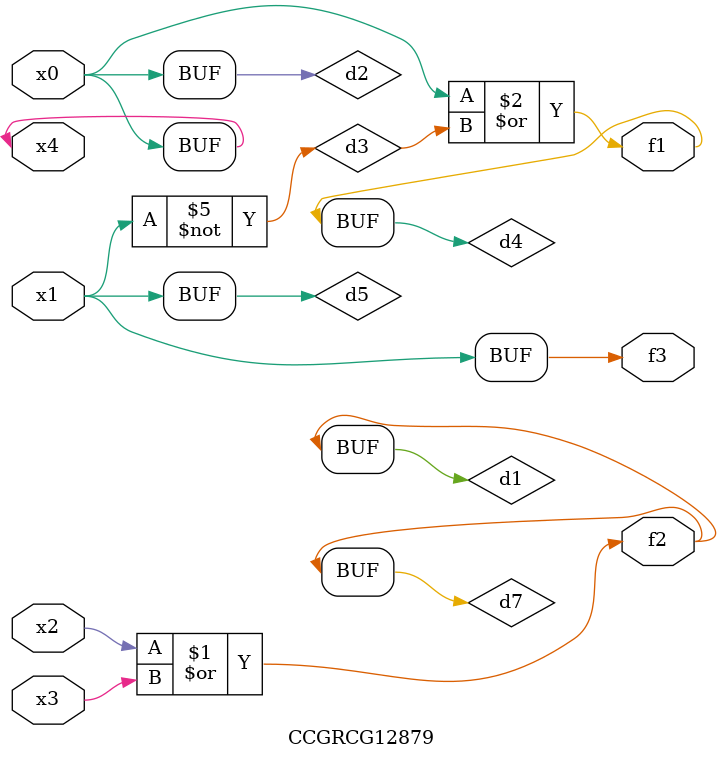
<source format=v>
module CCGRCG12879(
	input x0, x1, x2, x3, x4,
	output f1, f2, f3
);

	wire d1, d2, d3, d4, d5, d6, d7;

	or (d1, x2, x3);
	buf (d2, x0, x4);
	not (d3, x1);
	or (d4, d2, d3);
	not (d5, d3);
	nand (d6, d1, d3);
	or (d7, d1);
	assign f1 = d4;
	assign f2 = d7;
	assign f3 = d5;
endmodule

</source>
